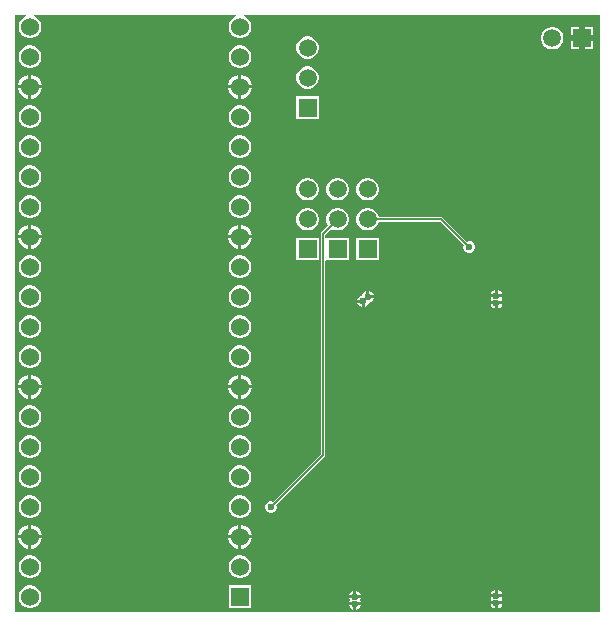
<source format=gbl>
G04*
G04 #@! TF.GenerationSoftware,Altium Limited,Altium Designer,21.5.1 (32)*
G04*
G04 Layer_Physical_Order=2*
G04 Layer_Color=16711680*
%FSLAX44Y44*%
%MOMM*%
G71*
G04*
G04 #@! TF.SameCoordinates,0903D884-DAF8-42DF-BE81-14F24C034F1F*
G04*
G04*
G04 #@! TF.FilePolarity,Positive*
G04*
G01*
G75*
%ADD23C,0.1270*%
%ADD25R,1.5000X1.5000*%
%ADD26C,1.5000*%
%ADD27C,1.5240*%
%ADD28R,1.5240X1.5240*%
%ADD29R,1.5000X1.5000*%
%ADD30C,0.6000*%
G36*
X497961Y2039D02*
X2039D01*
Y507961D01*
X11592D01*
X11759Y506691D01*
X11287Y506564D01*
X9093Y505298D01*
X7302Y503507D01*
X6036Y501313D01*
X5380Y498867D01*
Y496334D01*
X6036Y493887D01*
X7302Y491693D01*
X9093Y489902D01*
X11287Y488636D01*
X13734Y487980D01*
X16266D01*
X18713Y488636D01*
X20907Y489902D01*
X22698Y491693D01*
X23964Y493887D01*
X24620Y496334D01*
Y498867D01*
X23964Y501313D01*
X22698Y503507D01*
X20907Y505298D01*
X18713Y506564D01*
X18241Y506691D01*
X18408Y507961D01*
X189392D01*
X189559Y506691D01*
X189087Y506564D01*
X186893Y505298D01*
X185102Y503507D01*
X183836Y501313D01*
X183180Y498867D01*
Y496334D01*
X183836Y493887D01*
X185102Y491693D01*
X186893Y489902D01*
X189087Y488636D01*
X191534Y487980D01*
X194067D01*
X196513Y488636D01*
X198707Y489902D01*
X200498Y491693D01*
X201764Y493887D01*
X202420Y496334D01*
Y498867D01*
X201764Y501313D01*
X200498Y503507D01*
X198707Y505298D01*
X196513Y506564D01*
X196041Y506691D01*
X196208Y507961D01*
X497961D01*
X497961Y2039D01*
D02*
G37*
%LPC*%
G36*
X492100Y497500D02*
X485140D01*
Y490540D01*
X492100D01*
Y497500D01*
D02*
G37*
G36*
X480060D02*
X473100D01*
Y490540D01*
X480060D01*
Y497500D01*
D02*
G37*
G36*
X492100Y485460D02*
X485140D01*
Y478500D01*
X492100D01*
Y485460D01*
D02*
G37*
G36*
X480060D02*
X473100D01*
Y478500D01*
X480060D01*
Y485460D01*
D02*
G37*
G36*
X458451Y497500D02*
X455949D01*
X453533Y496853D01*
X451367Y495602D01*
X449598Y493833D01*
X448347Y491667D01*
X447700Y489251D01*
Y486749D01*
X448347Y484333D01*
X449598Y482167D01*
X451367Y480398D01*
X453533Y479147D01*
X455949Y478500D01*
X458451D01*
X460867Y479147D01*
X463033Y480398D01*
X464802Y482167D01*
X466053Y484333D01*
X466700Y486749D01*
Y489251D01*
X466053Y491667D01*
X464802Y493833D01*
X463033Y495602D01*
X460867Y496853D01*
X458451Y497500D01*
D02*
G37*
G36*
X251251Y489500D02*
X248749D01*
X246333Y488853D01*
X244167Y487602D01*
X242398Y485833D01*
X241147Y483667D01*
X240500Y481251D01*
Y478749D01*
X241147Y476333D01*
X242398Y474167D01*
X244167Y472398D01*
X246333Y471147D01*
X248749Y470500D01*
X251251D01*
X253667Y471147D01*
X255833Y472398D01*
X257602Y474167D01*
X258853Y476333D01*
X259500Y478749D01*
Y481251D01*
X258853Y483667D01*
X257602Y485833D01*
X255833Y487602D01*
X253667Y488853D01*
X251251Y489500D01*
D02*
G37*
G36*
X194067Y481820D02*
X191534D01*
X189087Y481164D01*
X186893Y479898D01*
X185102Y478107D01*
X183836Y475913D01*
X183180Y473466D01*
Y470933D01*
X183836Y468487D01*
X185102Y466293D01*
X186893Y464502D01*
X189087Y463236D01*
X191534Y462580D01*
X194067D01*
X196513Y463236D01*
X198707Y464502D01*
X200498Y466293D01*
X201764Y468487D01*
X202420Y470933D01*
Y473466D01*
X201764Y475913D01*
X200498Y478107D01*
X198707Y479898D01*
X196513Y481164D01*
X194067Y481820D01*
D02*
G37*
G36*
X16266D02*
X13734D01*
X11287Y481164D01*
X9093Y479898D01*
X7302Y478107D01*
X6036Y475913D01*
X5380Y473466D01*
Y470933D01*
X6036Y468487D01*
X7302Y466293D01*
X9093Y464502D01*
X11287Y463236D01*
X13734Y462580D01*
X16266D01*
X18713Y463236D01*
X20907Y464502D01*
X22698Y466293D01*
X23964Y468487D01*
X24620Y470933D01*
Y473466D01*
X23964Y475913D01*
X22698Y478107D01*
X20907Y479898D01*
X18713Y481164D01*
X16266Y481820D01*
D02*
G37*
G36*
X16338Y456960D02*
X16270D01*
Y448070D01*
X25160D01*
Y448138D01*
X24468Y450722D01*
X23130Y453038D01*
X21238Y454930D01*
X18922Y456268D01*
X16338Y456960D01*
D02*
G37*
G36*
X13730D02*
X13662D01*
X11078Y456268D01*
X8762Y454930D01*
X6870Y453038D01*
X5532Y450722D01*
X4840Y448138D01*
Y448070D01*
X13730D01*
Y456960D01*
D02*
G37*
G36*
X194138Y456960D02*
X194070D01*
Y448070D01*
X202960D01*
Y448138D01*
X202268Y450722D01*
X200930Y453038D01*
X199038Y454930D01*
X196722Y456268D01*
X194138Y456960D01*
D02*
G37*
G36*
X191530D02*
X191462D01*
X188878Y456268D01*
X186562Y454930D01*
X184670Y453038D01*
X183332Y450722D01*
X182640Y448138D01*
Y448070D01*
X191530D01*
Y456960D01*
D02*
G37*
G36*
X251251Y464100D02*
X248749D01*
X246333Y463453D01*
X244167Y462202D01*
X242398Y460433D01*
X241147Y458267D01*
X240500Y455851D01*
Y453349D01*
X241147Y450933D01*
X242398Y448767D01*
X244167Y446998D01*
X246333Y445747D01*
X248749Y445100D01*
X251251D01*
X253667Y445747D01*
X255833Y446998D01*
X257602Y448767D01*
X258853Y450933D01*
X259500Y453349D01*
Y455851D01*
X258853Y458267D01*
X257602Y460433D01*
X255833Y462202D01*
X253667Y463453D01*
X251251Y464100D01*
D02*
G37*
G36*
X25160Y445530D02*
X16270D01*
Y436640D01*
X16338D01*
X18922Y437332D01*
X21238Y438670D01*
X23130Y440562D01*
X24468Y442878D01*
X25160Y445462D01*
Y445530D01*
D02*
G37*
G36*
X13730D02*
X4840D01*
Y445462D01*
X5532Y442878D01*
X6870Y440562D01*
X8762Y438670D01*
X11078Y437332D01*
X13662Y436640D01*
X13730D01*
Y445530D01*
D02*
G37*
G36*
X202960Y445530D02*
X194070D01*
Y436640D01*
X194138D01*
X196722Y437332D01*
X199038Y438670D01*
X200930Y440562D01*
X202268Y442878D01*
X202960Y445462D01*
Y445530D01*
D02*
G37*
G36*
X191530D02*
X182640D01*
Y445462D01*
X183332Y442878D01*
X184670Y440562D01*
X186562Y438670D01*
X188878Y437332D01*
X191462Y436640D01*
X191530D01*
Y445530D01*
D02*
G37*
G36*
X259500Y438700D02*
X240500D01*
Y419700D01*
X259500D01*
Y438700D01*
D02*
G37*
G36*
X194067Y431020D02*
X191534D01*
X189087Y430364D01*
X186893Y429098D01*
X185102Y427307D01*
X183836Y425113D01*
X183180Y422667D01*
Y420134D01*
X183836Y417687D01*
X185102Y415493D01*
X186893Y413702D01*
X189087Y412436D01*
X191534Y411780D01*
X194067D01*
X196513Y412436D01*
X198707Y413702D01*
X200498Y415493D01*
X201764Y417687D01*
X202420Y420134D01*
Y422667D01*
X201764Y425113D01*
X200498Y427307D01*
X198707Y429098D01*
X196513Y430364D01*
X194067Y431020D01*
D02*
G37*
G36*
X16266D02*
X13734D01*
X11287Y430364D01*
X9093Y429098D01*
X7302Y427307D01*
X6036Y425113D01*
X5380Y422667D01*
Y420134D01*
X6036Y417687D01*
X7302Y415493D01*
X9093Y413702D01*
X11287Y412436D01*
X13734Y411780D01*
X16266D01*
X18713Y412436D01*
X20907Y413702D01*
X22698Y415493D01*
X23964Y417687D01*
X24620Y420134D01*
Y422667D01*
X23964Y425113D01*
X22698Y427307D01*
X20907Y429098D01*
X18713Y430364D01*
X16266Y431020D01*
D02*
G37*
G36*
X194067Y405620D02*
X191534D01*
X189087Y404964D01*
X186893Y403698D01*
X185102Y401907D01*
X183836Y399713D01*
X183180Y397267D01*
Y394734D01*
X183836Y392287D01*
X185102Y390093D01*
X186893Y388302D01*
X189087Y387036D01*
X191534Y386380D01*
X194067D01*
X196513Y387036D01*
X198707Y388302D01*
X200498Y390093D01*
X201764Y392287D01*
X202420Y394734D01*
Y397267D01*
X201764Y399713D01*
X200498Y401907D01*
X198707Y403698D01*
X196513Y404964D01*
X194067Y405620D01*
D02*
G37*
G36*
X16266Y405620D02*
X13734D01*
X11287Y404964D01*
X9093Y403698D01*
X7302Y401907D01*
X6036Y399713D01*
X5380Y397267D01*
Y394734D01*
X6036Y392287D01*
X7302Y390093D01*
X9093Y388302D01*
X11287Y387036D01*
X13734Y386380D01*
X16266D01*
X18713Y387036D01*
X20907Y388302D01*
X22698Y390093D01*
X23964Y392287D01*
X24620Y394734D01*
Y397267D01*
X23964Y399713D01*
X22698Y401907D01*
X20907Y403698D01*
X18713Y404964D01*
X16266Y405620D01*
D02*
G37*
G36*
Y380220D02*
X13734D01*
X11287Y379564D01*
X9093Y378298D01*
X7302Y376507D01*
X6036Y374313D01*
X5380Y371866D01*
Y369333D01*
X6036Y366887D01*
X7302Y364693D01*
X9093Y362902D01*
X11287Y361636D01*
X13734Y360980D01*
X16266D01*
X18713Y361636D01*
X20907Y362902D01*
X22698Y364693D01*
X23964Y366887D01*
X24620Y369333D01*
Y371866D01*
X23964Y374313D01*
X22698Y376507D01*
X20907Y378298D01*
X18713Y379564D01*
X16266Y380220D01*
D02*
G37*
G36*
X194067Y380220D02*
X191534D01*
X189087Y379564D01*
X186893Y378298D01*
X185102Y376507D01*
X183836Y374313D01*
X183180Y371866D01*
Y369333D01*
X183836Y366887D01*
X185102Y364693D01*
X186893Y362902D01*
X189087Y361636D01*
X191534Y360980D01*
X194067D01*
X196513Y361636D01*
X198707Y362902D01*
X200498Y364693D01*
X201764Y366887D01*
X202420Y369333D01*
Y371866D01*
X201764Y374313D01*
X200498Y376507D01*
X198707Y378298D01*
X196513Y379564D01*
X194067Y380220D01*
D02*
G37*
G36*
X302051Y369500D02*
X299549D01*
X297133Y368853D01*
X294967Y367602D01*
X293198Y365833D01*
X291947Y363667D01*
X291300Y361251D01*
Y358749D01*
X291947Y356333D01*
X293198Y354167D01*
X294967Y352398D01*
X297133Y351147D01*
X299549Y350500D01*
X302051D01*
X304467Y351147D01*
X306633Y352398D01*
X308402Y354167D01*
X309653Y356333D01*
X310300Y358749D01*
Y361251D01*
X309653Y363667D01*
X308402Y365833D01*
X306633Y367602D01*
X304467Y368853D01*
X302051Y369500D01*
D02*
G37*
G36*
X276651D02*
X274149D01*
X271733Y368853D01*
X269567Y367602D01*
X267798Y365833D01*
X266547Y363667D01*
X265900Y361251D01*
Y358749D01*
X266547Y356333D01*
X267798Y354167D01*
X269567Y352398D01*
X271733Y351147D01*
X274149Y350500D01*
X276651D01*
X279067Y351147D01*
X281233Y352398D01*
X283002Y354167D01*
X284253Y356333D01*
X284900Y358749D01*
Y361251D01*
X284253Y363667D01*
X283002Y365833D01*
X281233Y367602D01*
X279067Y368853D01*
X276651Y369500D01*
D02*
G37*
G36*
X251251D02*
X248749D01*
X246333Y368853D01*
X244167Y367602D01*
X242398Y365833D01*
X241147Y363667D01*
X240500Y361251D01*
Y358749D01*
X241147Y356333D01*
X242398Y354167D01*
X244167Y352398D01*
X246333Y351147D01*
X248749Y350500D01*
X251251D01*
X253667Y351147D01*
X255833Y352398D01*
X257602Y354167D01*
X258853Y356333D01*
X259500Y358749D01*
Y361251D01*
X258853Y363667D01*
X257602Y365833D01*
X255833Y367602D01*
X253667Y368853D01*
X251251Y369500D01*
D02*
G37*
G36*
X194067Y354820D02*
X191534D01*
X189087Y354164D01*
X186893Y352898D01*
X185102Y351107D01*
X183836Y348913D01*
X183180Y346466D01*
Y343933D01*
X183836Y341487D01*
X185102Y339293D01*
X186893Y337502D01*
X189087Y336236D01*
X191534Y335580D01*
X194067D01*
X196513Y336236D01*
X198707Y337502D01*
X200498Y339293D01*
X201764Y341487D01*
X202420Y343933D01*
Y346466D01*
X201764Y348913D01*
X200498Y351107D01*
X198707Y352898D01*
X196513Y354164D01*
X194067Y354820D01*
D02*
G37*
G36*
X16266D02*
X13734D01*
X11287Y354164D01*
X9093Y352898D01*
X7302Y351107D01*
X6036Y348913D01*
X5380Y346466D01*
Y343933D01*
X6036Y341487D01*
X7302Y339293D01*
X9093Y337502D01*
X11287Y336236D01*
X13734Y335580D01*
X16266D01*
X18713Y336236D01*
X20907Y337502D01*
X22698Y339293D01*
X23964Y341487D01*
X24620Y343933D01*
Y346466D01*
X23964Y348913D01*
X22698Y351107D01*
X20907Y352898D01*
X18713Y354164D01*
X16266Y354820D01*
D02*
G37*
G36*
X276651Y344100D02*
X274149D01*
X271733Y343453D01*
X269567Y342202D01*
X267798Y340433D01*
X266547Y338267D01*
X265900Y335851D01*
Y333349D01*
X266547Y330933D01*
X267440Y329387D01*
X261627Y323573D01*
X261206Y322943D01*
X261058Y322200D01*
Y135805D01*
X220884Y95631D01*
X219995Y96000D01*
X218005D01*
X216168Y95239D01*
X214761Y93832D01*
X214000Y91995D01*
Y90005D01*
X214761Y88168D01*
X216168Y86761D01*
X218005Y86000D01*
X219995D01*
X221832Y86761D01*
X223239Y88168D01*
X224000Y90005D01*
Y91995D01*
X223631Y92885D01*
X264373Y133626D01*
X264373Y133627D01*
X264795Y134257D01*
X264942Y135000D01*
X264942Y135000D01*
Y298946D01*
X265900Y299700D01*
X266212Y299700D01*
X284900D01*
Y318700D01*
X266212D01*
X265900Y318700D01*
X264942Y319454D01*
Y321395D01*
X270187Y326640D01*
X271733Y325747D01*
X274149Y325100D01*
X276651D01*
X279067Y325747D01*
X281233Y326998D01*
X283002Y328767D01*
X284253Y330933D01*
X284900Y333349D01*
Y335851D01*
X284253Y338267D01*
X283002Y340433D01*
X281233Y342202D01*
X279067Y343453D01*
X276651Y344100D01*
D02*
G37*
G36*
X251251D02*
X248749D01*
X246333Y343453D01*
X244167Y342202D01*
X242398Y340433D01*
X241147Y338267D01*
X240500Y335851D01*
Y333349D01*
X241147Y330933D01*
X242398Y328767D01*
X244167Y326998D01*
X246333Y325747D01*
X248749Y325100D01*
X251251D01*
X253667Y325747D01*
X255833Y326998D01*
X257602Y328767D01*
X258853Y330933D01*
X259500Y333349D01*
Y335851D01*
X258853Y338267D01*
X257602Y340433D01*
X255833Y342202D01*
X253667Y343453D01*
X251251Y344100D01*
D02*
G37*
G36*
X16338Y329960D02*
X16270D01*
Y321070D01*
X25160D01*
Y321138D01*
X24468Y323722D01*
X23130Y326038D01*
X21238Y327930D01*
X18922Y329268D01*
X16338Y329960D01*
D02*
G37*
G36*
X13730D02*
X13662D01*
X11078Y329268D01*
X8762Y327930D01*
X6870Y326038D01*
X5532Y323722D01*
X4840Y321138D01*
Y321070D01*
X13730D01*
Y329960D01*
D02*
G37*
G36*
X194138Y329960D02*
X194070D01*
Y321070D01*
X202960D01*
Y321138D01*
X202268Y323722D01*
X200930Y326038D01*
X199038Y327930D01*
X196722Y329268D01*
X194138Y329960D01*
D02*
G37*
G36*
X191530D02*
X191462D01*
X188878Y329268D01*
X186562Y327930D01*
X184670Y326038D01*
X183332Y323722D01*
X182640Y321138D01*
Y321070D01*
X191530D01*
Y329960D01*
D02*
G37*
G36*
X202960Y318530D02*
X194070D01*
Y309640D01*
X194138D01*
X196722Y310332D01*
X199038Y311670D01*
X200930Y313562D01*
X202268Y315878D01*
X202960Y318462D01*
Y318530D01*
D02*
G37*
G36*
X191530D02*
X182640D01*
Y318462D01*
X183332Y315878D01*
X184670Y313562D01*
X186562Y311670D01*
X188878Y310332D01*
X191462Y309640D01*
X191530D01*
Y318530D01*
D02*
G37*
G36*
X25160Y318530D02*
X16270D01*
Y309640D01*
X16338D01*
X18922Y310332D01*
X21238Y311670D01*
X23130Y313562D01*
X24468Y315878D01*
X25160Y318462D01*
Y318530D01*
D02*
G37*
G36*
X13730D02*
X4840D01*
Y318462D01*
X5532Y315878D01*
X6870Y313562D01*
X8762Y311670D01*
X11078Y310332D01*
X13662Y309640D01*
X13730D01*
Y318530D01*
D02*
G37*
G36*
X302051Y344100D02*
X299549D01*
X297133Y343453D01*
X294967Y342202D01*
X293198Y340433D01*
X291947Y338267D01*
X291300Y335851D01*
Y333349D01*
X291947Y330933D01*
X293198Y328767D01*
X294967Y326998D01*
X297133Y325747D01*
X299549Y325100D01*
X302051D01*
X304467Y325747D01*
X306633Y326998D01*
X308402Y328767D01*
X309653Y330933D01*
X310115Y332658D01*
X362595D01*
X382369Y312885D01*
X382000Y311995D01*
Y310005D01*
X382761Y308168D01*
X384168Y306761D01*
X386005Y306000D01*
X387995D01*
X389832Y306761D01*
X391239Y308168D01*
X392000Y310005D01*
Y311995D01*
X391239Y313832D01*
X389832Y315239D01*
X387995Y316000D01*
X386005D01*
X385116Y315631D01*
X364773Y335973D01*
X364143Y336395D01*
X363400Y336542D01*
X310115D01*
X309653Y338267D01*
X308402Y340433D01*
X306633Y342202D01*
X304467Y343453D01*
X302051Y344100D01*
D02*
G37*
G36*
X310300Y318700D02*
X291300D01*
Y299700D01*
X310300D01*
Y318700D01*
D02*
G37*
G36*
X259500D02*
X240500D01*
Y299700D01*
X259500D01*
Y318700D01*
D02*
G37*
G36*
X194067Y304020D02*
X191534D01*
X189087Y303364D01*
X186893Y302098D01*
X185102Y300307D01*
X183836Y298113D01*
X183180Y295667D01*
Y293134D01*
X183836Y290687D01*
X185102Y288493D01*
X186893Y286702D01*
X189087Y285436D01*
X191534Y284780D01*
X194067D01*
X196513Y285436D01*
X198707Y286702D01*
X200498Y288493D01*
X201764Y290687D01*
X202420Y293134D01*
Y295667D01*
X201764Y298113D01*
X200498Y300307D01*
X198707Y302098D01*
X196513Y303364D01*
X194067Y304020D01*
D02*
G37*
G36*
X16266D02*
X13734D01*
X11287Y303364D01*
X9093Y302098D01*
X7302Y300307D01*
X6036Y298113D01*
X5380Y295667D01*
Y293134D01*
X6036Y290687D01*
X7302Y288493D01*
X9093Y286702D01*
X11287Y285436D01*
X13734Y284780D01*
X16266D01*
X18713Y285436D01*
X20907Y286702D01*
X22698Y288493D01*
X23964Y290687D01*
X24620Y293134D01*
Y295667D01*
X23964Y298113D01*
X22698Y300307D01*
X20907Y302098D01*
X18713Y303364D01*
X16266Y304020D01*
D02*
G37*
G36*
X411270Y274886D02*
Y271270D01*
X414886D01*
X414239Y272832D01*
X412832Y274239D01*
X411270Y274886D01*
D02*
G37*
G36*
X408730D02*
X407168Y274239D01*
X405761Y272832D01*
X405114Y271270D01*
X408730D01*
Y274886D01*
D02*
G37*
G36*
X302270Y273886D02*
Y270270D01*
X305886D01*
X305239Y271832D01*
X303832Y273239D01*
X302270Y273886D01*
D02*
G37*
G36*
X414886Y268730D02*
X405114D01*
X405761Y267168D01*
X405929Y267000D01*
X405761Y266832D01*
X405114Y265270D01*
X414886D01*
X414239Y266832D01*
X414071Y267000D01*
X414239Y267168D01*
X414886Y268730D01*
D02*
G37*
G36*
X299730Y273886D02*
X298168Y273239D01*
X296761Y271832D01*
X296002Y269998D01*
X294168Y269239D01*
X292761Y267832D01*
X292114Y266270D01*
X297000D01*
Y265000D01*
X298270D01*
Y260114D01*
X299832Y260761D01*
X301239Y262168D01*
X301998Y264002D01*
X303832Y264761D01*
X305239Y266168D01*
X305886Y267730D01*
X301000D01*
Y269000D01*
X299730D01*
Y273886D01*
D02*
G37*
G36*
X295730Y263730D02*
X292114D01*
X292761Y262168D01*
X294168Y260761D01*
X295730Y260114D01*
Y263730D01*
D02*
G37*
G36*
X194067Y278620D02*
X191534D01*
X189087Y277964D01*
X186893Y276698D01*
X185102Y274907D01*
X183836Y272713D01*
X183180Y270266D01*
Y267733D01*
X183836Y265287D01*
X185102Y263093D01*
X186893Y261302D01*
X189087Y260036D01*
X191534Y259380D01*
X194067D01*
X196513Y260036D01*
X198707Y261302D01*
X200498Y263093D01*
X201764Y265287D01*
X202420Y267733D01*
Y270266D01*
X201764Y272713D01*
X200498Y274907D01*
X198707Y276698D01*
X196513Y277964D01*
X194067Y278620D01*
D02*
G37*
G36*
X16266D02*
X13734D01*
X11287Y277964D01*
X9093Y276698D01*
X7302Y274907D01*
X6036Y272713D01*
X5380Y270266D01*
Y267733D01*
X6036Y265287D01*
X7302Y263093D01*
X9093Y261302D01*
X11287Y260036D01*
X13734Y259380D01*
X16266D01*
X18713Y260036D01*
X20907Y261302D01*
X22698Y263093D01*
X23964Y265287D01*
X24620Y267733D01*
Y270266D01*
X23964Y272713D01*
X22698Y274907D01*
X20907Y276698D01*
X18713Y277964D01*
X16266Y278620D01*
D02*
G37*
G36*
X414886Y262730D02*
X411270D01*
Y259114D01*
X412832Y259761D01*
X414239Y261168D01*
X414886Y262730D01*
D02*
G37*
G36*
X408730D02*
X405114D01*
X405761Y261168D01*
X407168Y259761D01*
X408730Y259114D01*
Y262730D01*
D02*
G37*
G36*
X194067Y253220D02*
X191534D01*
X189087Y252564D01*
X186893Y251298D01*
X185102Y249507D01*
X183836Y247313D01*
X183180Y244867D01*
Y242334D01*
X183836Y239887D01*
X185102Y237693D01*
X186893Y235902D01*
X189087Y234636D01*
X191534Y233980D01*
X194067D01*
X196513Y234636D01*
X198707Y235902D01*
X200498Y237693D01*
X201764Y239887D01*
X202420Y242334D01*
Y244867D01*
X201764Y247313D01*
X200498Y249507D01*
X198707Y251298D01*
X196513Y252564D01*
X194067Y253220D01*
D02*
G37*
G36*
X16266D02*
X13734D01*
X11287Y252564D01*
X9093Y251298D01*
X7302Y249507D01*
X6036Y247313D01*
X5380Y244867D01*
Y242334D01*
X6036Y239887D01*
X7302Y237693D01*
X9093Y235902D01*
X11287Y234636D01*
X13734Y233980D01*
X16266D01*
X18713Y234636D01*
X20907Y235902D01*
X22698Y237693D01*
X23964Y239887D01*
X24620Y242334D01*
Y244867D01*
X23964Y247313D01*
X22698Y249507D01*
X20907Y251298D01*
X18713Y252564D01*
X16266Y253220D01*
D02*
G37*
G36*
Y227820D02*
X13734D01*
X11287Y227164D01*
X9093Y225898D01*
X7302Y224107D01*
X6036Y221913D01*
X5380Y219466D01*
Y216933D01*
X6036Y214487D01*
X7302Y212293D01*
X9093Y210502D01*
X11287Y209236D01*
X13734Y208580D01*
X16266D01*
X18713Y209236D01*
X20907Y210502D01*
X22698Y212293D01*
X23964Y214487D01*
X24620Y216933D01*
Y219466D01*
X23964Y221913D01*
X22698Y224107D01*
X20907Y225898D01*
X18713Y227164D01*
X16266Y227820D01*
D02*
G37*
G36*
X194067Y227820D02*
X191534D01*
X189087Y227164D01*
X186893Y225898D01*
X185102Y224107D01*
X183836Y221913D01*
X183180Y219466D01*
Y216933D01*
X183836Y214487D01*
X185102Y212293D01*
X186893Y210502D01*
X189087Y209236D01*
X191534Y208580D01*
X194067D01*
X196513Y209236D01*
X198707Y210502D01*
X200498Y212293D01*
X201764Y214487D01*
X202420Y216933D01*
Y219466D01*
X201764Y221913D01*
X200498Y224107D01*
X198707Y225898D01*
X196513Y227164D01*
X194067Y227820D01*
D02*
G37*
G36*
X16338Y202960D02*
X16270D01*
Y194070D01*
X25160D01*
Y194138D01*
X24468Y196722D01*
X23130Y199038D01*
X21238Y200930D01*
X18922Y202268D01*
X16338Y202960D01*
D02*
G37*
G36*
X13730D02*
X13662D01*
X11078Y202268D01*
X8762Y200930D01*
X6870Y199038D01*
X5532Y196722D01*
X4840Y194138D01*
Y194070D01*
X13730D01*
Y202960D01*
D02*
G37*
G36*
X194138Y202960D02*
X194070D01*
Y194070D01*
X202960D01*
Y194138D01*
X202268Y196722D01*
X200930Y199038D01*
X199038Y200930D01*
X196722Y202268D01*
X194138Y202960D01*
D02*
G37*
G36*
X191530D02*
X191462D01*
X188878Y202268D01*
X186562Y200930D01*
X184670Y199038D01*
X183332Y196722D01*
X182640Y194138D01*
Y194070D01*
X191530D01*
Y202960D01*
D02*
G37*
G36*
X202960Y191530D02*
X194070D01*
Y182640D01*
X194138D01*
X196722Y183332D01*
X199038Y184670D01*
X200930Y186562D01*
X202268Y188878D01*
X202960Y191462D01*
Y191530D01*
D02*
G37*
G36*
X191530D02*
X182640D01*
Y191462D01*
X183332Y188878D01*
X184670Y186562D01*
X186562Y184670D01*
X188878Y183332D01*
X191462Y182640D01*
X191530D01*
Y191530D01*
D02*
G37*
G36*
X25160Y191530D02*
X16270D01*
Y182640D01*
X16338D01*
X18922Y183332D01*
X21238Y184670D01*
X23130Y186562D01*
X24468Y188878D01*
X25160Y191462D01*
Y191530D01*
D02*
G37*
G36*
X13730D02*
X4840D01*
Y191462D01*
X5532Y188878D01*
X6870Y186562D01*
X8762Y184670D01*
X11078Y183332D01*
X13662Y182640D01*
X13730D01*
Y191530D01*
D02*
G37*
G36*
X194067Y177020D02*
X191534D01*
X189087Y176364D01*
X186893Y175098D01*
X185102Y173307D01*
X183836Y171113D01*
X183180Y168666D01*
Y166133D01*
X183836Y163687D01*
X185102Y161493D01*
X186893Y159702D01*
X189087Y158436D01*
X191534Y157780D01*
X194067D01*
X196513Y158436D01*
X198707Y159702D01*
X200498Y161493D01*
X201764Y163687D01*
X202420Y166133D01*
Y168666D01*
X201764Y171113D01*
X200498Y173307D01*
X198707Y175098D01*
X196513Y176364D01*
X194067Y177020D01*
D02*
G37*
G36*
X16266D02*
X13734D01*
X11287Y176364D01*
X9093Y175098D01*
X7302Y173307D01*
X6036Y171113D01*
X5380Y168666D01*
Y166133D01*
X6036Y163687D01*
X7302Y161493D01*
X9093Y159702D01*
X11287Y158436D01*
X13734Y157780D01*
X16266D01*
X18713Y158436D01*
X20907Y159702D01*
X22698Y161493D01*
X23964Y163687D01*
X24620Y166133D01*
Y168666D01*
X23964Y171113D01*
X22698Y173307D01*
X20907Y175098D01*
X18713Y176364D01*
X16266Y177020D01*
D02*
G37*
G36*
Y151620D02*
X13734D01*
X11287Y150964D01*
X9093Y149698D01*
X7302Y147907D01*
X6036Y145713D01*
X5380Y143266D01*
Y140733D01*
X6036Y138287D01*
X7302Y136093D01*
X9093Y134302D01*
X11287Y133036D01*
X13734Y132380D01*
X16266D01*
X18713Y133036D01*
X20907Y134302D01*
X22698Y136093D01*
X23964Y138287D01*
X24620Y140733D01*
Y143266D01*
X23964Y145713D01*
X22698Y147907D01*
X20907Y149698D01*
X18713Y150964D01*
X16266Y151620D01*
D02*
G37*
G36*
X194067Y151620D02*
X191534D01*
X189087Y150964D01*
X186893Y149698D01*
X185102Y147907D01*
X183836Y145713D01*
X183180Y143266D01*
Y140733D01*
X183836Y138287D01*
X185102Y136093D01*
X186893Y134302D01*
X189087Y133036D01*
X191534Y132380D01*
X194067D01*
X196513Y133036D01*
X198707Y134302D01*
X200498Y136093D01*
X201764Y138287D01*
X202420Y140733D01*
Y143266D01*
X201764Y145713D01*
X200498Y147907D01*
X198707Y149698D01*
X196513Y150964D01*
X194067Y151620D01*
D02*
G37*
G36*
Y126220D02*
X191534D01*
X189087Y125564D01*
X186893Y124298D01*
X185102Y122507D01*
X183836Y120313D01*
X183180Y117866D01*
Y115333D01*
X183836Y112887D01*
X185102Y110693D01*
X186893Y108902D01*
X189087Y107636D01*
X191534Y106980D01*
X194067D01*
X196513Y107636D01*
X198707Y108902D01*
X200498Y110693D01*
X201764Y112887D01*
X202420Y115333D01*
Y117866D01*
X201764Y120313D01*
X200498Y122507D01*
X198707Y124298D01*
X196513Y125564D01*
X194067Y126220D01*
D02*
G37*
G36*
X16266D02*
X13734D01*
X11287Y125564D01*
X9093Y124298D01*
X7302Y122507D01*
X6036Y120313D01*
X5380Y117866D01*
Y115333D01*
X6036Y112887D01*
X7302Y110693D01*
X9093Y108902D01*
X11287Y107636D01*
X13734Y106980D01*
X16266D01*
X18713Y107636D01*
X20907Y108902D01*
X22698Y110693D01*
X23964Y112887D01*
X24620Y115333D01*
Y117866D01*
X23964Y120313D01*
X22698Y122507D01*
X20907Y124298D01*
X18713Y125564D01*
X16266Y126220D01*
D02*
G37*
G36*
X194067Y100820D02*
X191534D01*
X189087Y100164D01*
X186893Y98898D01*
X185102Y97107D01*
X183836Y94913D01*
X183180Y92466D01*
Y89934D01*
X183836Y87487D01*
X185102Y85293D01*
X186893Y83502D01*
X189087Y82236D01*
X191534Y81580D01*
X194067D01*
X196513Y82236D01*
X198707Y83502D01*
X200498Y85293D01*
X201764Y87487D01*
X202420Y89934D01*
Y92466D01*
X201764Y94913D01*
X200498Y97107D01*
X198707Y98898D01*
X196513Y100164D01*
X194067Y100820D01*
D02*
G37*
G36*
X16266Y100820D02*
X13734D01*
X11287Y100164D01*
X9093Y98898D01*
X7302Y97107D01*
X6036Y94913D01*
X5380Y92466D01*
Y89934D01*
X6036Y87487D01*
X7302Y85293D01*
X9093Y83502D01*
X11287Y82236D01*
X13734Y81580D01*
X16266D01*
X18713Y82236D01*
X20907Y83502D01*
X22698Y85293D01*
X23964Y87487D01*
X24620Y89934D01*
Y92466D01*
X23964Y94913D01*
X22698Y97107D01*
X20907Y98898D01*
X18713Y100164D01*
X16266Y100820D01*
D02*
G37*
G36*
X194138Y75960D02*
X194070D01*
Y67070D01*
X202960D01*
Y67138D01*
X202268Y69722D01*
X200930Y72038D01*
X199038Y73930D01*
X196722Y75268D01*
X194138Y75960D01*
D02*
G37*
G36*
X16338D02*
X16270D01*
Y67070D01*
X25160D01*
Y67138D01*
X24468Y69722D01*
X23130Y72038D01*
X21238Y73930D01*
X18922Y75268D01*
X16338Y75960D01*
D02*
G37*
G36*
X191530D02*
X191462D01*
X188878Y75268D01*
X186562Y73930D01*
X184670Y72038D01*
X183332Y69722D01*
X182640Y67138D01*
Y67070D01*
X191530D01*
Y75960D01*
D02*
G37*
G36*
X13730D02*
X13662D01*
X11078Y75268D01*
X8762Y73930D01*
X6870Y72038D01*
X5532Y69722D01*
X4840Y67138D01*
Y67070D01*
X13730D01*
Y75960D01*
D02*
G37*
G36*
X202960Y64530D02*
X194070D01*
Y55640D01*
X194138D01*
X196722Y56332D01*
X199038Y57670D01*
X200930Y59562D01*
X202268Y61878D01*
X202960Y64462D01*
Y64530D01*
D02*
G37*
G36*
X191530D02*
X182640D01*
Y64462D01*
X183332Y61878D01*
X184670Y59562D01*
X186562Y57670D01*
X188878Y56332D01*
X191462Y55640D01*
X191530D01*
Y64530D01*
D02*
G37*
G36*
X25160D02*
X16270D01*
Y55640D01*
X16338D01*
X18922Y56332D01*
X21238Y57670D01*
X23130Y59562D01*
X24468Y61878D01*
X25160Y64462D01*
Y64530D01*
D02*
G37*
G36*
X13730D02*
X4840D01*
Y64462D01*
X5532Y61878D01*
X6870Y59562D01*
X8762Y57670D01*
X11078Y56332D01*
X13662Y55640D01*
X13730D01*
Y64530D01*
D02*
G37*
G36*
X194067Y50020D02*
X191534D01*
X189087Y49364D01*
X186893Y48098D01*
X185102Y46307D01*
X183836Y44113D01*
X183180Y41666D01*
Y39134D01*
X183836Y36687D01*
X185102Y34493D01*
X186893Y32702D01*
X189087Y31436D01*
X191534Y30780D01*
X194067D01*
X196513Y31436D01*
X198707Y32702D01*
X200498Y34493D01*
X201764Y36687D01*
X202420Y39134D01*
Y41666D01*
X201764Y44113D01*
X200498Y46307D01*
X198707Y48098D01*
X196513Y49364D01*
X194067Y50020D01*
D02*
G37*
G36*
X16266Y50020D02*
X13734D01*
X11287Y49364D01*
X9093Y48098D01*
X7302Y46307D01*
X6036Y44113D01*
X5380Y41666D01*
Y39134D01*
X6036Y36687D01*
X7302Y34493D01*
X9093Y32702D01*
X11287Y31436D01*
X13734Y30780D01*
X16266D01*
X18713Y31436D01*
X20907Y32702D01*
X22698Y34493D01*
X23964Y36687D01*
X24620Y39134D01*
Y41666D01*
X23964Y44113D01*
X22698Y46307D01*
X20907Y48098D01*
X18713Y49364D01*
X16266Y50020D01*
D02*
G37*
G36*
X411270Y20886D02*
Y17270D01*
X414886D01*
X414239Y18832D01*
X412832Y20239D01*
X411270Y20886D01*
D02*
G37*
G36*
X408730D02*
X407168Y20239D01*
X405761Y18832D01*
X405114Y17270D01*
X408730D01*
Y20886D01*
D02*
G37*
G36*
X291270Y19886D02*
Y16270D01*
X294886D01*
X294239Y17832D01*
X292832Y19239D01*
X291270Y19886D01*
D02*
G37*
G36*
X288730D02*
X287168Y19239D01*
X285761Y17832D01*
X285114Y16270D01*
X288730D01*
Y19886D01*
D02*
G37*
G36*
X414886Y14730D02*
X405114D01*
X405761Y13168D01*
X405929Y13000D01*
X405761Y12832D01*
X405114Y11270D01*
X414886D01*
X414239Y12832D01*
X414071Y13000D01*
X414239Y13168D01*
X414886Y14730D01*
D02*
G37*
G36*
X294886Y13730D02*
X285114D01*
X285761Y12168D01*
X285929Y12000D01*
X285761Y11832D01*
X285114Y10270D01*
X294886D01*
X294239Y11832D01*
X294071Y12000D01*
X294239Y12168D01*
X294886Y13730D01*
D02*
G37*
G36*
X202420Y24620D02*
X183180D01*
Y5380D01*
X202420D01*
Y24620D01*
D02*
G37*
G36*
X16266D02*
X13734D01*
X11287Y23964D01*
X9093Y22698D01*
X7302Y20907D01*
X6036Y18713D01*
X5380Y16266D01*
Y13734D01*
X6036Y11287D01*
X7302Y9093D01*
X9093Y7302D01*
X11287Y6036D01*
X13734Y5380D01*
X16266D01*
X18713Y6036D01*
X20907Y7302D01*
X22698Y9093D01*
X23964Y11287D01*
X24620Y13734D01*
Y16266D01*
X23964Y18713D01*
X22698Y20907D01*
X20907Y22698D01*
X18713Y23964D01*
X16266Y24620D01*
D02*
G37*
G36*
X414886Y8730D02*
X411270D01*
Y5114D01*
X412832Y5761D01*
X414239Y7168D01*
X414886Y8730D01*
D02*
G37*
G36*
X408730D02*
X405114D01*
X405761Y7168D01*
X407168Y5761D01*
X408730Y5114D01*
Y8730D01*
D02*
G37*
G36*
X294886Y7730D02*
X291270D01*
Y4114D01*
X292832Y4761D01*
X294239Y6168D01*
X294886Y7730D01*
D02*
G37*
G36*
X288730D02*
X285114D01*
X285761Y6168D01*
X287168Y4761D01*
X288730Y4114D01*
Y7730D01*
D02*
G37*
%LPD*%
D23*
X263000Y322200D02*
X275400Y334600D01*
X263000Y135000D02*
Y322200D01*
X219000Y91000D02*
X263000Y135000D01*
X363400Y334600D02*
X387000Y311000D01*
X300800Y334600D02*
X363400D01*
D25*
X250000Y429200D02*
D03*
Y309200D02*
D03*
X275400D02*
D03*
X300800D02*
D03*
D26*
X250000Y454600D02*
D03*
Y480000D02*
D03*
Y334600D02*
D03*
Y360000D02*
D03*
X275400Y334600D02*
D03*
Y360000D02*
D03*
X457200Y488000D02*
D03*
X300800Y334600D02*
D03*
Y360000D02*
D03*
D27*
X15000Y15000D02*
D03*
Y40400D02*
D03*
Y65800D02*
D03*
Y91200D02*
D03*
Y116600D02*
D03*
Y142000D02*
D03*
Y167400D02*
D03*
Y192800D02*
D03*
Y218200D02*
D03*
Y243600D02*
D03*
X15000Y269000D02*
D03*
X15000Y294400D02*
D03*
Y319800D02*
D03*
Y345200D02*
D03*
Y370600D02*
D03*
Y396000D02*
D03*
Y421400D02*
D03*
Y446800D02*
D03*
Y472200D02*
D03*
X15000Y497600D02*
D03*
X192800D02*
D03*
Y472200D02*
D03*
Y446800D02*
D03*
Y421400D02*
D03*
Y396000D02*
D03*
Y370600D02*
D03*
Y345200D02*
D03*
Y319800D02*
D03*
Y294400D02*
D03*
Y269000D02*
D03*
Y243600D02*
D03*
Y218200D02*
D03*
Y192800D02*
D03*
Y167400D02*
D03*
Y142000D02*
D03*
Y116600D02*
D03*
Y91200D02*
D03*
Y65800D02*
D03*
Y40400D02*
D03*
D28*
Y15000D02*
D03*
D29*
X482600Y488000D02*
D03*
D30*
X290000Y15000D02*
D03*
X410000Y16000D02*
D03*
Y264000D02*
D03*
X297000Y265000D02*
D03*
X410000Y270000D02*
D03*
X301000Y269000D02*
D03*
X290000Y9000D02*
D03*
X410000Y10000D02*
D03*
X219000Y91000D02*
D03*
X387000Y311000D02*
D03*
M02*

</source>
